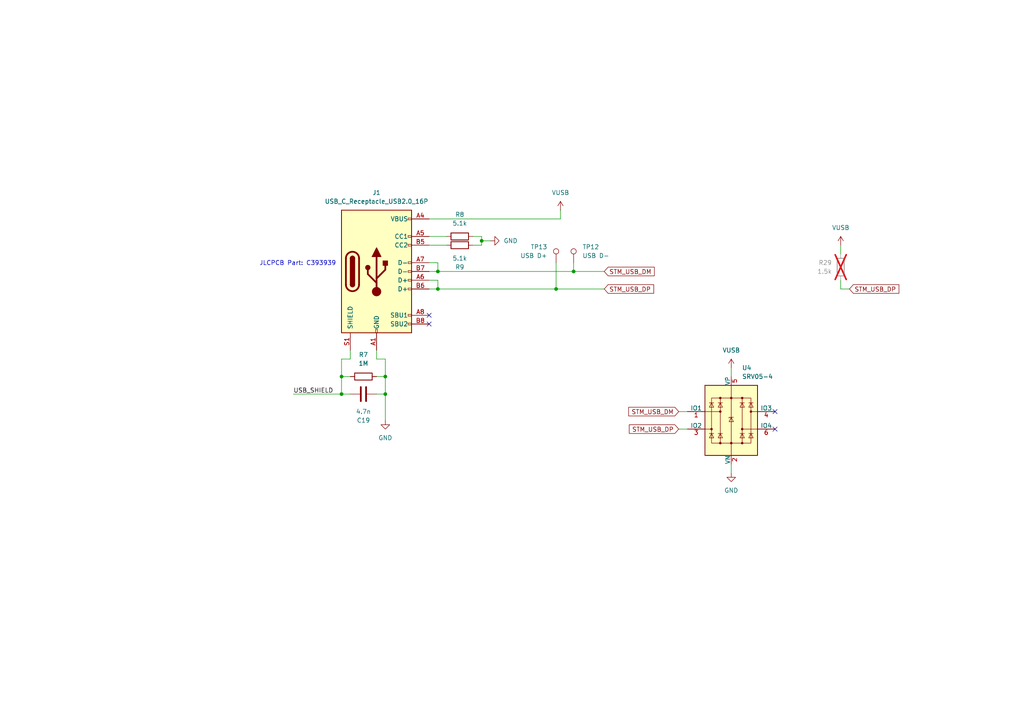
<source format=kicad_sch>
(kicad_sch (version 20250114) (generator "eeschema") (generator_version "9.0")
  (paper "A4")
  (title_block (title "Midi Expressor") (date "2025-12-26") (rev "0.1") (company "Amon Benson"))
  (lib_symbols
    (symbol "Connector:TestPoint" (pin_numbers (hide yes)) (pin_names (offset 0.762) (hide yes))
      (property "Reference" "TP" (at 0 6.858 0))
      (property "Value" "TestPoint" (at 0 5.08 0))
      (symbol "TestPoint_0_1"
        (circle (center 0 3.302) (radius 0.762))
      )
      (symbol "TestPoint_1_1"
        (pin passive line (at 0 0 90) (length 2.54) (name "1") (number "1"))
      )
    )
    (symbol "Connector:USB_C_Receptacle_USB2.0_16P" (pin_names (offset 1.016))
      (property "Reference" "J" (at 0 22.225 0))
      (property "Value" "USB_C_Receptacle_USB2.0_16P" (at 0 19.685 0))
      (symbol "USB_C_Receptacle_USB2.0_16P_0_0"
        (rectangle (start -0.254 -17.78) (end 0.254 -16.764))
        (rectangle (start 10.16 15.494) (end 9.144 14.986))
        (rectangle (start 10.16 10.414) (end 9.144 9.906))
        (rectangle (start 10.16 7.874) (end 9.144 7.366))
        (rectangle (start 10.16 2.794) (end 9.144 2.286))
        (rectangle (start 10.16 0.254) (end 9.144 -0.254))
        (rectangle (start 10.16 -2.286) (end 9.144 -2.794))
        (rectangle (start 10.16 -4.826) (end 9.144 -5.334))
        (rectangle (start 10.16 -12.446) (end 9.144 -12.954))
        (rectangle (start 10.16 -14.986) (end 9.144 -15.494))
      )
      (symbol "USB_C_Receptacle_USB2.0_16P_0_1"
        (rectangle (start -10.16 17.78) (end 10.16 -17.78) (stroke (width 0.254)) (fill (type background)))
        (polyline (pts (xy -8.89 -3.81) (xy -8.89 3.81)) (stroke (width 0.508)))
        (rectangle (start -7.62 -3.81) (end -6.35 3.81) (stroke (width 0.254)) (fill (type outline)))
        (arc (start -7.62 3.81) (mid -6.985 4.4423) (end -6.35 3.81) (stroke (width 0.254)))
        (arc (start -7.62 3.81) (mid -6.985 4.4423) (end -6.35 3.81) (stroke (width 0.254)) (fill (type outline)))
        (arc (start -8.89 3.81) (mid -6.985 5.7067) (end -5.08 3.81) (stroke (width 0.508)))
        (arc (start -5.08 -3.81) (mid -6.985 -5.7067) (end -8.89 -3.81) (stroke (width 0.508)))
        (arc (start -6.35 -3.81) (mid -6.985 -4.4423) (end -7.62 -3.81) (stroke (width 0.254)))
        (arc (start -6.35 -3.81) (mid -6.985 -4.4423) (end -7.62 -3.81) (stroke (width 0.254)) (fill (type outline)))
        (polyline (pts (xy -5.08 3.81) (xy -5.08 -3.81)) (stroke (width 0.508)))
        (circle (center -2.54 1.143) (radius 0.635) (stroke (width 0.254)) (fill (type outline)))
        (polyline (pts (xy -1.27 4.318) (xy 0 6.858) (xy 1.27 4.318) (xy -1.27 4.318)) (stroke (width 0.254)) (fill (type outline)))
        (polyline (pts (xy 0 -2.032) (xy 2.54 0.508) (xy 2.54 1.778)) (stroke (width 0.508)))
        (polyline (pts (xy 0 -3.302) (xy -2.54 -0.762) (xy -2.54 0.508)) (stroke (width 0.508)))
        (polyline (pts (xy 0 -5.842) (xy 0 4.318)) (stroke (width 0.508)))
        (circle (center 0 -5.842) (radius 1.27) (fill (type outline)))
        (rectangle (start 1.905 1.778) (end 3.175 3.048) (stroke (width 0.254)) (fill (type outline)))
      )
      (symbol "USB_C_Receptacle_USB2.0_16P_1_1"
        (pin passive line (at -7.62 -22.86 90) (length 5.08) (name "SHIELD") (number "S1"))
        (pin passive line (at 0 -22.86 90) (length 5.08) (name "GND") (number "A1"))
        (pin passive line (at 0 -22.86 90) (length 5.08) (hide yes) (name "GND") (number "A12"))
        (pin passive line (at 0 -22.86 90) (length 5.08) (hide yes) (name "GND") (number "B1"))
        (pin passive line (at 0 -22.86 90) (length 5.08) (hide yes) (name "GND") (number "B12"))
        (pin passive line (at 15.24 15.24 180) (length 5.08) (name "VBUS") (number "A4"))
        (pin passive line (at 15.24 15.24 180) (length 5.08) (hide yes) (name "VBUS") (number "A9"))
        (pin passive line (at 15.24 15.24 180) (length 5.08) (hide yes) (name "VBUS") (number "B4"))
        (pin passive line (at 15.24 15.24 180) (length 5.08) (hide yes) (name "VBUS") (number "B9"))
        (pin bidirectional line (at 15.24 10.16 180) (length 5.08) (name "CC1") (number "A5"))
        (pin bidirectional line (at 15.24 7.62 180) (length 5.08) (name "CC2") (number "B5"))
        (pin bidirectional line (at 15.24 2.54 180) (length 5.08) (name "D-") (number "A7"))
        (pin bidirectional line (at 15.24 0 180) (length 5.08) (name "D-") (number "B7"))
        (pin bidirectional line (at 15.24 -2.54 180) (length 5.08) (name "D+") (number "A6"))
        (pin bidirectional line (at 15.24 -5.08 180) (length 5.08) (name "D+") (number "B6"))
        (pin bidirectional line (at 15.24 -12.7 180) (length 5.08) (name "SBU1") (number "A8"))
        (pin bidirectional line (at 15.24 -15.24 180) (length 5.08) (name "SBU2") (number "B8"))
      )
    )
    (symbol "Device:C" (pin_numbers (hide yes)) (pin_names (offset 0.254))
      (property "Reference" "C" (at 0.635 2.54 0))
      (property "Value" "C" (at 0.635 -2.54 0))
      (symbol "C_0_1"
        (polyline (pts (xy -2.032 0.762) (xy 2.032 0.762)) (stroke (width 0.508)))
        (polyline (pts (xy -2.032 -0.762) (xy 2.032 -0.762)) (stroke (width 0.508)))
      )
      (symbol "C_1_1"
        (pin passive line (at 0 3.81 270) (length 2.794) (name "~") (number "1"))
        (pin passive line (at 0 -3.81 90) (length 2.794) (name "~") (number "2"))
      )
    )
    (symbol "Device:R" (pin_numbers (hide yes)) (pin_names (offset 0))
      (property "Reference" "R" (at 2.032 0 90))
      (property "Value" "R" (at 0 0 90))
      (symbol "R_0_1"
        (rectangle (start -1.016 -2.54) (end 1.016 2.54) (stroke (width 0.254)))
      )
      (symbol "R_1_1"
        (pin passive line (at 0 3.81 270) (length 1.27) (name "~") (number "1"))
        (pin passive line (at 0 -3.81 90) (length 1.27) (name "~") (number "2"))
      )
    )
    (symbol "Midi_Expressor:VUSB" (power) (pin_numbers (hide yes)) (pin_names (offset 0) (hide yes))
      (property "Value" "VUSB" (at 0 5.08 0))
      (symbol "VUSB_0_1"
        (polyline (pts (xy -0.762 1.27) (xy 0 2.54)))
        (polyline (pts (xy 0 2.54) (xy 0.762 1.27)))
        (polyline (pts (xy 0 0) (xy 0 2.54)))
      )
      (symbol "VUSB_1_1"
        (pin power_in line (at 0 0 90) (length 0) (name "~") (number "1"))
      )
    )
    (symbol "Power_Protection:SRV05-4" (pin_names (offset 0))
      (property "Reference" "U" (at -5.08 11.43 0))
      (property "Value" "SRV05-4" (at 2.54 11.43 0))
      (symbol "SRV05-4_0_0"
        (rectangle (start -5.715 6.477) (end 5.715 -6.604))
        (polyline (pts (xy -3.175 -6.604) (xy -3.175 6.477)))
        (polyline (pts (xy 3.175 6.477) (xy 3.175 -6.604)))
      )
      (symbol "SRV05-4_0_1"
        (polyline (pts (xy -7.747 2.54) (xy -3.175 2.54)))
        (rectangle (start -7.62 10.16) (end 7.62 -10.16) (stroke (width 0.254)) (fill (type background)))
        (polyline (pts (xy -7.62 -2.54) (xy -5.715 -2.54)))
        (circle (center -5.715 -2.54) (radius 0.2794) (fill (type outline)))
        (polyline (pts (xy -5.08 5.08) (xy -6.35 5.08)))
        (polyline (pts (xy -5.08 3.81) (xy -6.35 3.81) (xy -5.715 5.08) (xy -5.08 3.81)))
        (polyline (pts (xy -5.08 -3.81) (xy -6.35 -3.81)))
        (polyline (pts (xy -5.08 -5.08) (xy -6.35 -5.08) (xy -5.715 -3.81) (xy -5.08 -5.08)))
        (circle (center -3.175 6.477) (radius 0.2794) (fill (type outline)))
        (circle (center -3.175 2.54) (radius 0.2794) (fill (type outline)))
        (circle (center -3.175 -6.604) (radius 0.2794) (fill (type outline)))
        (polyline (pts (xy -2.54 5.08) (xy -3.81 5.08)))
        (polyline (pts (xy -2.54 3.81) (xy -3.81 3.81) (xy -3.175 5.08) (xy -2.54 3.81)))
        (polyline (pts (xy -2.54 -3.81) (xy -3.81 -3.81)))
        (polyline (pts (xy -2.54 -5.08) (xy -3.81 -5.08) (xy -3.175 -3.81) (xy -2.54 -5.08)))
        (polyline (pts (xy 0 10.16) (xy 0 -10.16)))
        (circle (center 0 6.477) (radius 0.2794) (fill (type outline)))
        (circle (center 0 -6.604) (radius 0.2794) (fill (type outline)))
        (polyline (pts (xy 0.635 0.889) (xy -0.635 0.889) (xy -0.635 0.635)))
        (polyline (pts (xy 0.635 -0.381) (xy -0.635 -0.381) (xy 0 0.889) (xy 0.635 -0.381)))
        (circle (center 3.175 6.477) (radius 0.2794) (fill (type outline)))
        (circle (center 3.175 -2.54) (radius 0.2794) (fill (type outline)))
        (circle (center 3.175 -6.604) (radius 0.2794) (fill (type outline)))
        (polyline (pts (xy 3.81 5.08) (xy 2.54 5.08)))
        (polyline (pts (xy 3.81 3.81) (xy 2.54 3.81) (xy 3.175 5.08) (xy 3.81 3.81)))
        (polyline (pts (xy 3.81 -3.81) (xy 2.54 -3.81)))
        (polyline (pts (xy 3.81 -5.08) (xy 2.54 -5.08) (xy 3.175 -3.81) (xy 3.81 -5.08)))
        (circle (center 5.715 2.54) (radius 0.2794) (fill (type outline)))
        (polyline (pts (xy 6.35 5.08) (xy 5.08 5.08)))
        (polyline (pts (xy 6.35 3.81) (xy 5.08 3.81) (xy 5.715 5.08) (xy 6.35 3.81)))
        (polyline (pts (xy 6.35 -3.81) (xy 5.08 -3.81)))
        (polyline (pts (xy 6.35 -5.08) (xy 5.08 -5.08) (xy 5.715 -3.81) (xy 6.35 -5.08)))
        (polyline (pts (xy 7.62 2.54) (xy 5.715 2.54)))
        (polyline (pts (xy 7.62 -2.54) (xy 3.175 -2.54)))
      )
      (symbol "SRV05-4_1_1"
        (pin passive line (at -12.7 2.54 0) (length 5.08) (name "IO1") (number "1"))
        (pin passive line (at -12.7 -2.54 0) (length 5.08) (name "IO2") (number "3"))
        (pin passive line (at 0 12.7 270) (length 2.54) (name "VP") (number "5"))
        (pin passive line (at 0 -12.7 90) (length 2.54) (name "VN") (number "2"))
        (pin passive line (at 12.7 2.54 180) (length 5.08) (name "IO3") (number "4"))
        (pin passive line (at 12.7 -2.54 180) (length 5.08) (name "IO4") (number "6"))
      )
    )
    (symbol "power:GND" (power) (pin_numbers (hide yes)) (pin_names (offset 0) (hide yes))
      (property "Value" "GND" (at 0 -3.81 0))
      (symbol "GND_0_1"
        (polyline (pts (xy 0 0) (xy 0 -1.27) (xy 1.27 -1.27) (xy 0 -2.54) (xy -1.27 -1.27) (xy 0 -1.27)))
      )
      (symbol "GND_1_1"
        (pin power_in line (at 0 0 270) (length 0) (name "~") (number "1"))
      )
    )
  )
  (text "JLCPCB Part: C393939" (at 86.36 76.454 0) (effects (font (size 1.27 1.27))))
  (junction (at 127 78.74))
  (junction (at 127 83.82))
  (junction (at 166.37 78.74))
  (junction (at 111.76 109.22))
  (junction (at 111.76 114.3))
  (junction (at 161.29 83.82))
  (junction (at 139.7 69.85))
  (junction (at 99.06 114.3))
  (junction (at 99.06 109.22))
  (no_connect (at 124.46 91.44))
  (no_connect (at 224.79 119.38))
  (no_connect (at 124.46 93.98))
  (no_connect (at 224.79 124.46))
  (wire (pts (xy 124.46 71.12) (xy 129.54 71.12)))
  (wire (pts (xy 142.24 69.85) (xy 139.7 69.85)))
  (wire (pts (xy 124.46 68.58) (xy 129.54 68.58)))
  (wire (pts (xy 199.39 119.38) (xy 196.85 119.38)))
  (wire (pts (xy 124.46 81.28) (xy 127 81.28)))
  (wire (pts (xy 109.22 104.14) (xy 109.22 101.6)))
  (wire (pts (xy 124.46 63.5) (xy 162.56 63.5)))
  (wire (pts (xy 111.76 114.3) (xy 111.76 121.92)))
  (wire (pts (xy 212.09 134.62) (xy 212.09 137.16)))
  (wire (pts (xy 161.29 76.2) (xy 161.29 83.82)))
  (wire (pts (xy 139.7 68.58) (xy 139.7 69.85)))
  (wire (pts (xy 243.84 71.12) (xy 243.84 73.66)))
  (wire (pts (xy 99.06 104.14) (xy 101.6 104.14)))
  (wire (pts (xy 127 81.28) (xy 127 83.82)))
  (wire (pts (xy 109.22 114.3) (xy 111.76 114.3)))
  (wire (pts (xy 111.76 104.14) (xy 109.22 104.14)))
  (wire (pts (xy 85.09 114.3) (xy 99.06 114.3)))
  (wire (pts (xy 162.56 60.96) (xy 162.56 63.5)))
  (wire (pts (xy 243.84 83.82) (xy 246.38 83.82)))
  (wire (pts (xy 101.6 109.22) (xy 99.06 109.22)))
  (wire (pts (xy 127 78.74) (xy 124.46 78.74)))
  (wire (pts (xy 127 76.2) (xy 127 78.74)))
  (wire (pts (xy 139.7 69.85) (xy 139.7 71.12)))
  (wire (pts (xy 101.6 104.14) (xy 101.6 101.6)))
  (wire (pts (xy 127 78.74) (xy 166.37 78.74)))
  (wire (pts (xy 137.16 71.12) (xy 139.7 71.12)))
  (wire (pts (xy 127 83.82) (xy 124.46 83.82)))
  (wire (pts (xy 111.76 109.22) (xy 109.22 109.22)))
  (wire (pts (xy 124.46 76.2) (xy 127 76.2)))
  (wire (pts (xy 196.85 124.46) (xy 199.39 124.46)))
  (wire (pts (xy 111.76 104.14) (xy 111.76 109.22)))
  (wire (pts (xy 166.37 76.2) (xy 166.37 78.74)))
  (wire (pts (xy 137.16 68.58) (xy 139.7 68.58)))
  (wire (pts (xy 166.37 78.74) (xy 175.26 78.74)))
  (wire (pts (xy 111.76 114.3) (xy 111.76 109.22)))
  (wire (pts (xy 99.06 109.22) (xy 99.06 104.14)))
  (wire (pts (xy 101.6 114.3) (xy 99.06 114.3)))
  (wire (pts (xy 127 83.82) (xy 161.29 83.82)))
  (wire (pts (xy 243.84 81.28) (xy 243.84 83.82)))
  (wire (pts (xy 212.09 106.68) (xy 212.09 109.22)))
  (wire (pts (xy 161.29 83.82) (xy 175.26 83.82)))
  (wire (pts (xy 99.06 114.3) (xy 99.06 109.22)))
  (label "USB_SHIELD" (at 85.09 114.3 0))
  (global_label "STM_USB_DP" (shape input) (at 246.38 83.82 0) (property "Intersheetrefs" "${INTERSHEET_REFS}" (effects (hide yes))))
  (global_label "STM_USB_DM" (shape input) (at 175.26 78.74 0) (property "Intersheetrefs" "${INTERSHEET_REFS}" (effects (hide yes))))
  (global_label "STM_USB_DP" (shape input) (at 196.85 124.46 180) (property "Intersheetrefs" "${INTERSHEET_REFS}" (effects (hide yes))))
  (global_label "STM_USB_DP" (shape input) (at 175.26 83.82 0) (property "Intersheetrefs" "${INTERSHEET_REFS}" (effects (hide yes))))
  (global_label "STM_USB_DM" (shape input) (at 196.85 119.38 180) (property "Intersheetrefs" "${INTERSHEET_REFS}" (effects (hide yes))))
  (symbol (lib_id "Device:R") (at 133.35 68.58 90) (unit 1)
    (property "Reference" "R8" (at 133.35 62.23 90))
    (property "Value" "5.1k" (at 133.35 64.77 90))
    (property "Footprint" "Resistor_SMD:R_0603_1608Metric" (effects (hide yes)))
    (property "Description" "Resistor" (effects (hide yes)))
    (property "LCSC" "C23186" (effects (hide yes)))
  )
  (symbol (lib_id "Device:C") (at 105.41 114.3 90) (mirror x) (unit 1)
    (property "Reference" "C19" (at 105.41 121.92 90))
    (property "Value" "4.7n" (at 105.41 119.38 90))
    (property "Footprint" "Capacitor_SMD:C_0603_1608Metric" (effects (hide yes)))
    (property "Description" "Unpolarized capacitor" (effects (hide yes)))
    (property "LCSC" "C53987" (effects (hide yes)))
  )
  (symbol (lib_id "Device:R") (at 133.35 71.12 90) (mirror x) (unit 1)
    (property "Reference" "R9" (at 133.35 77.47 90))
    (property "Value" "5.1k" (at 133.35 74.93 90))
    (property "Footprint" "Resistor_SMD:R_0603_1608Metric" (effects (hide yes)))
    (property "Description" "Resistor" (effects (hide yes)))
    (property "LCSC" "C23186" (effects (hide yes)))
  )
  (symbol (lib_id "Midi_Expressor:VUSB") (at 212.09 106.68 0) (unit 1)
    (property "Reference" "#PWR01" (effects (hide yes)))
    (property "Value" "VUSB" (at 212.09 101.6 0))
    (property "Description" "Power symbol creates a global label with name \"+5V\"" (effects (hide yes)))
  )
  (symbol (lib_id "Connector:USB_C_Receptacle_USB2.0_16P") (at 109.22 78.74 0) (unit 1)
    (property "Reference" "J1" (at 109.22 55.88 0))
    (property "Value" "USB_C_Receptacle_USB2.0_16P" (at 109.22 58.42 0))
    (property "Footprint" "Connector_USB:USB_C_Receptacle_G-Switch_GT-USB-7010ASV" (effects (hide yes)))
    (property "Datasheet" "https://www.usb.org/sites/default/files/documents/usb_type-c.zip" (effects (hide yes)))
    (property "Description" "USB 2.0-only 16P Type-C Receptacle connector" (effects (hide yes)))
    (property "LCSC" "C393939" (effects (hide yes)))
  )
  (symbol (lib_id "Midi_Expressor:VUSB") (at 243.84 71.12 0) (unit 1)
    (property "Reference" "#PWR02" (effects (hide yes)))
    (property "Value" "VUSB" (at 243.84 66.04 0))
    (property "Description" "Power symbol creates a global label with name \"+5V\"" (effects (hide yes)))
  )
  (symbol (lib_id "power:GND") (at 212.09 137.16 0) (unit 1)
    (property "Reference" "#PWR0132" (effects (hide yes)))
    (property "Value" "GND" (at 212.09 142.24 0))
    (property "Description" "Power symbol creates a global label with name \"GND\" , ground" (effects (hide yes)))
  )
  (symbol (lib_id "Connector:TestPoint") (at 166.37 76.2 0) (unit 1)
    (property "Reference" "TP12" (at 168.91 71.6279 0) (effects (justify left)))
    (property "Value" "USB D-" (at 168.91 74.1679 0) (effects (justify left)))
    (property "Footprint" "TestPoint:TestPoint_Pad_D2.0mm" (effects (hide yes)))
    (property "Description" "test point" (effects (hide yes)))
  )
  (symbol (lib_id "Device:R") (at 105.41 109.22 90) (unit 1)
    (property "Reference" "R7" (at 105.41 102.87 90))
    (property "Value" "1M" (at 105.41 105.41 90))
    (property "Footprint" "Resistor_SMD:R_0603_1608Metric" (effects (hide yes)))
    (property "Description" "Resistor" (effects (hide yes)))
    (property "LCSC" "C22935" (effects (hide yes)))
  )
  (symbol (lib_id "power:GND") (at 142.24 69.85 90) (unit 1)
    (property "Reference" "#PWR0133" (effects (hide yes)))
    (property "Value" "GND" (at 146.05 69.8499 90) (effects (justify right)))
    (property "Description" "Power symbol creates a global label with name \"GND\" , ground" (effects (hide yes)))
  )
  (symbol (lib_id "Device:R") (at 243.84 77.47 0) (mirror x) (unit 1) (in_bom no) (on_board no) (dnp yes)
    (property "Reference" "R29" (at 241.3 76.1999 0) (effects (justify right)))
    (property "Value" "1.5k" (at 241.3 78.7399 0) (effects (justify right)))
    (property "Footprint" "Resistor_SMD:R_0603_1608Metric" (effects (hide yes)))
    (property "Description" "Resistor" (effects (hide yes)))
  )
  (symbol (lib_id "Midi_Expressor:VUSB") (at 162.56 60.96 0) (unit 1)
    (property "Reference" "#PWR0134" (effects (hide yes)))
    (property "Value" "VUSB" (at 162.56 55.88 0))
    (property "Description" "Power symbol creates a global label with name \"+5V\"" (effects (hide yes)))
  )
  (symbol (lib_id "Power_Protection:SRV05-4") (at 212.09 121.92 0) (unit 1)
    (property "Reference" "U4" (at 215.2081 106.68 0) (effects (justify left)))
    (property "Value" "SRV05-4" (at 215.2081 109.22 0) (effects (justify left)))
    (property "Footprint" "Package_TO_SOT_SMD:SOT-23-6" (effects (hide yes)))
    (property "Datasheet" "http://www.onsemi.com/pub/Collateral/SRV05-4-D.PDF" (effects (hide yes)))
    (property "Description" "ESD Protection Diodes with Low Clamping Voltage, SOT-23-6" (effects (hide yes)))
    (property "LCSC" "C85364" (effects (hide yes)))
  )
  (symbol (lib_id "power:GND") (at 111.76 121.92 0) (unit 1)
    (property "Reference" "#PWR0131" (effects (hide yes)))
    (property "Value" "GND" (at 111.76 127 0))
    (property "Description" "Power symbol creates a global label with name \"GND\" , ground" (effects (hide yes)))
  )
  (symbol (lib_id "Connector:TestPoint") (at 161.29 76.2 0) (mirror y) (unit 1)
    (property "Reference" "TP13" (at 158.75 71.6279 0) (effects (justify left)))
    (property "Value" "USB D+" (at 158.75 74.1679 0) (effects (justify left)))
    (property "Footprint" "TestPoint:TestPoint_Pad_D2.0mm" (effects (hide yes)))
    (property "Description" "test point" (effects (hide yes)))
  )
)
</source>
